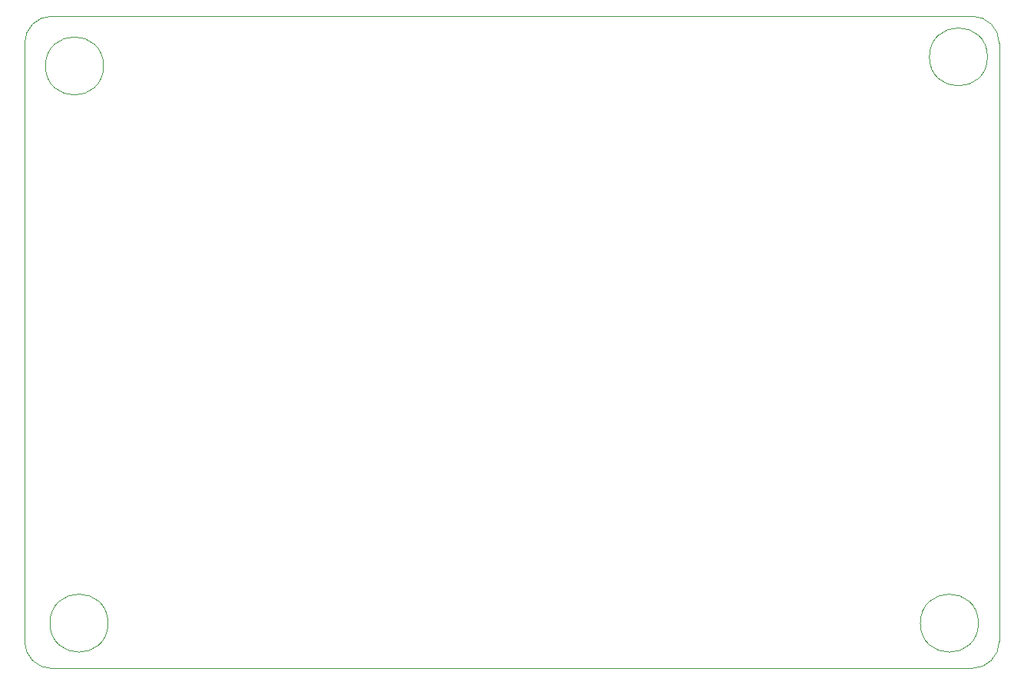
<source format=gbr>
%TF.GenerationSoftware,KiCad,Pcbnew,9.0.2*%
%TF.CreationDate,2025-07-06T16:22:29+02:00*%
%TF.ProjectId,TalkShow,54616c6b-5368-46f7-972e-6b696361645f,rev?*%
%TF.SameCoordinates,Original*%
%TF.FileFunction,Profile,NP*%
%FSLAX46Y46*%
G04 Gerber Fmt 4.6, Leading zero omitted, Abs format (unit mm)*
G04 Created by KiCad (PCBNEW 9.0.2) date 2025-07-06 16:22:29*
%MOMM*%
%LPD*%
G01*
G04 APERTURE LIST*
%TA.AperFunction,Profile*%
%ADD10C,0.050000*%
%TD*%
G04 APERTURE END LIST*
D10*
X92701562Y-56000000D02*
G75*
G02*
X86298438Y-56000000I-3201562J0D01*
G01*
X86298438Y-56000000D02*
G75*
G02*
X92701562Y-56000000I3201562J0D01*
G01*
X190201562Y-55000000D02*
G75*
G02*
X183798438Y-55000000I-3201562J0D01*
G01*
X183798438Y-55000000D02*
G75*
G02*
X190201562Y-55000000I3201562J0D01*
G01*
X93201562Y-117500000D02*
G75*
G02*
X86798438Y-117500000I-3201562J0D01*
G01*
X86798438Y-117500000D02*
G75*
G02*
X93201562Y-117500000I3201562J0D01*
G01*
X189201562Y-117500000D02*
G75*
G02*
X182798438Y-117500000I-3201562J0D01*
G01*
X182798438Y-117500000D02*
G75*
G02*
X189201562Y-117500000I3201562J0D01*
G01*
X84000000Y-53500000D02*
G75*
G02*
X87000000Y-50500000I3000000J0D01*
G01*
X87000000Y-122500000D02*
G75*
G02*
X84000000Y-119500000I0J3000000D01*
G01*
X188500000Y-50500000D02*
G75*
G02*
X191500000Y-53500000I0J-3000000D01*
G01*
X191500000Y-119500000D02*
G75*
G02*
X188500000Y-122500000I-3000000J0D01*
G01*
X87000000Y-50500000D02*
X188500000Y-50500000D01*
X188500000Y-122500000D02*
X87000000Y-122500000D01*
X84000000Y-119500000D02*
X84000000Y-53500000D01*
X191500000Y-53500000D02*
X191500000Y-119500000D01*
M02*

</source>
